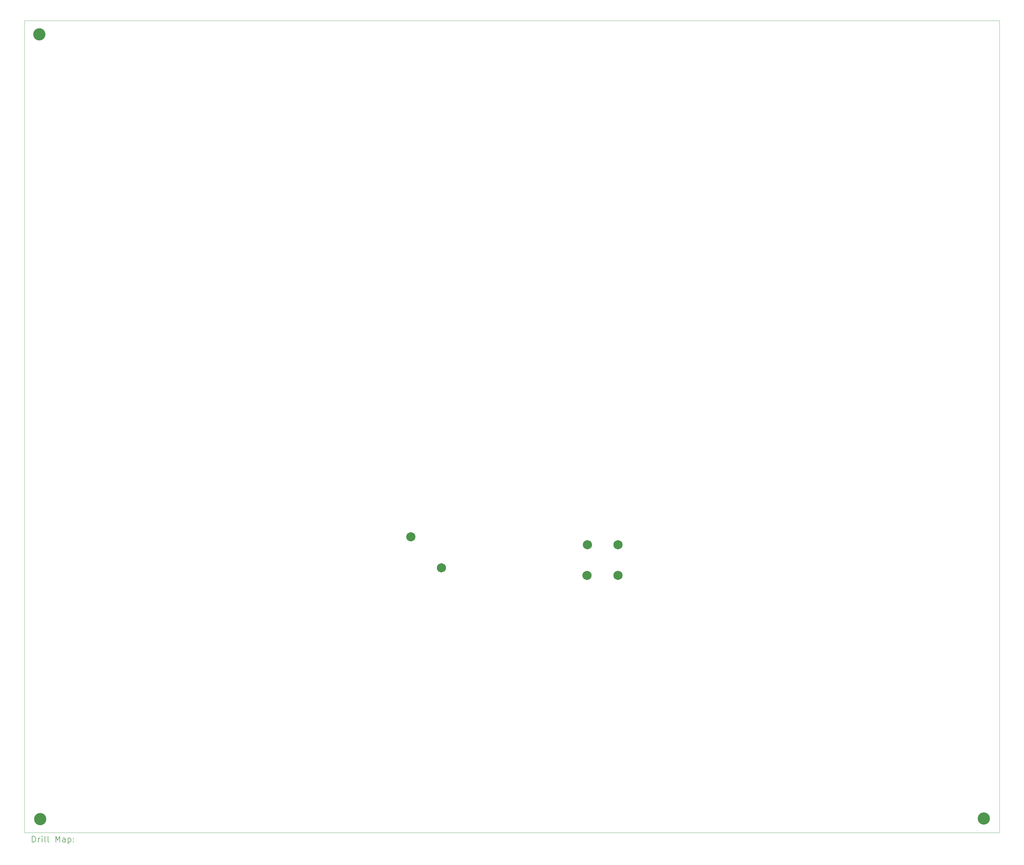
<source format=gbr>
%TF.GenerationSoftware,KiCad,Pcbnew,8.0.0*%
%TF.CreationDate,2024-03-10T15:29:59+00:00*%
%TF.ProjectId,Commodore PC10 III,436f6d6d-6f64-46f7-9265-205043313020,1.0*%
%TF.SameCoordinates,Original*%
%TF.FileFunction,Drillmap*%
%TF.FilePolarity,Positive*%
%FSLAX45Y45*%
G04 Gerber Fmt 4.5, Leading zero omitted, Abs format (unit mm)*
G04 Created by KiCad (PCBNEW 8.0.0) date 2024-03-10 15:29:59*
%MOMM*%
%LPD*%
G01*
G04 APERTURE LIST*
%ADD10C,1.560000*%
%ADD11C,2.040000*%
%ADD12C,0.100000*%
%ADD13C,0.200000*%
G04 APERTURE END LIST*
D10*
X32496000Y-24003000D02*
G75*
G02*
X32340000Y-24003000I-78000J0D01*
G01*
X32340000Y-24003000D02*
G75*
G02*
X32496000Y-24003000I78000J0D01*
G01*
D11*
X44658000Y-33090000D02*
G75*
G02*
X44454000Y-33090000I-102000J0D01*
G01*
X44454000Y-33090000D02*
G75*
G02*
X44658000Y-33090000I102000J0D01*
G01*
D10*
X31468000Y-25021000D02*
G75*
G02*
X31312000Y-25021000I-78000J0D01*
G01*
X31312000Y-25021000D02*
G75*
G02*
X31468000Y-25021000I78000J0D01*
G01*
D11*
X13320000Y-7062000D02*
G75*
G02*
X13116000Y-7062000I-102000J0D01*
G01*
X13116000Y-7062000D02*
G75*
G02*
X13320000Y-7062000I102000J0D01*
G01*
X13349000Y-33110000D02*
G75*
G02*
X13145000Y-33110000I-102000J0D01*
G01*
X13145000Y-33110000D02*
G75*
G02*
X13349000Y-33110000I102000J0D01*
G01*
D10*
X32496000Y-25019000D02*
G75*
G02*
X32340000Y-25019000I-78000J0D01*
G01*
X32340000Y-25019000D02*
G75*
G02*
X32496000Y-25019000I78000J0D01*
G01*
X25623000Y-23740000D02*
G75*
G02*
X25467000Y-23740000I-78000J0D01*
G01*
X25467000Y-23740000D02*
G75*
G02*
X25623000Y-23740000I78000J0D01*
G01*
X26637000Y-24769000D02*
G75*
G02*
X26481000Y-24769000I-78000J0D01*
G01*
X26481000Y-24769000D02*
G75*
G02*
X26637000Y-24769000I78000J0D01*
G01*
D12*
X12727000Y-6608000D02*
X45074000Y-6608000D01*
X45074000Y-33556000D01*
X12727000Y-33556000D01*
X12727000Y-6608000D01*
D10*
X31482000Y-24003000D02*
G75*
G02*
X31326000Y-24003000I-78000J0D01*
G01*
X31326000Y-24003000D02*
G75*
G02*
X31482000Y-24003000I78000J0D01*
G01*
D13*
X12982777Y-33872484D02*
X12982777Y-33672484D01*
X12982777Y-33672484D02*
X13030396Y-33672484D01*
X13030396Y-33672484D02*
X13058967Y-33682008D01*
X13058967Y-33682008D02*
X13078015Y-33701055D01*
X13078015Y-33701055D02*
X13087539Y-33720103D01*
X13087539Y-33720103D02*
X13097062Y-33758198D01*
X13097062Y-33758198D02*
X13097062Y-33786770D01*
X13097062Y-33786770D02*
X13087539Y-33824865D01*
X13087539Y-33824865D02*
X13078015Y-33843912D01*
X13078015Y-33843912D02*
X13058967Y-33862960D01*
X13058967Y-33862960D02*
X13030396Y-33872484D01*
X13030396Y-33872484D02*
X12982777Y-33872484D01*
X13182777Y-33872484D02*
X13182777Y-33739150D01*
X13182777Y-33777246D02*
X13192301Y-33758198D01*
X13192301Y-33758198D02*
X13201824Y-33748674D01*
X13201824Y-33748674D02*
X13220872Y-33739150D01*
X13220872Y-33739150D02*
X13239920Y-33739150D01*
X13306586Y-33872484D02*
X13306586Y-33739150D01*
X13306586Y-33672484D02*
X13297062Y-33682008D01*
X13297062Y-33682008D02*
X13306586Y-33691531D01*
X13306586Y-33691531D02*
X13316110Y-33682008D01*
X13316110Y-33682008D02*
X13306586Y-33672484D01*
X13306586Y-33672484D02*
X13306586Y-33691531D01*
X13430396Y-33872484D02*
X13411348Y-33862960D01*
X13411348Y-33862960D02*
X13401824Y-33843912D01*
X13401824Y-33843912D02*
X13401824Y-33672484D01*
X13535158Y-33872484D02*
X13516110Y-33862960D01*
X13516110Y-33862960D02*
X13506586Y-33843912D01*
X13506586Y-33843912D02*
X13506586Y-33672484D01*
X13763729Y-33872484D02*
X13763729Y-33672484D01*
X13763729Y-33672484D02*
X13830396Y-33815341D01*
X13830396Y-33815341D02*
X13897062Y-33672484D01*
X13897062Y-33672484D02*
X13897062Y-33872484D01*
X14078015Y-33872484D02*
X14078015Y-33767722D01*
X14078015Y-33767722D02*
X14068491Y-33748674D01*
X14068491Y-33748674D02*
X14049443Y-33739150D01*
X14049443Y-33739150D02*
X14011348Y-33739150D01*
X14011348Y-33739150D02*
X13992301Y-33748674D01*
X14078015Y-33862960D02*
X14058967Y-33872484D01*
X14058967Y-33872484D02*
X14011348Y-33872484D01*
X14011348Y-33872484D02*
X13992301Y-33862960D01*
X13992301Y-33862960D02*
X13982777Y-33843912D01*
X13982777Y-33843912D02*
X13982777Y-33824865D01*
X13982777Y-33824865D02*
X13992301Y-33805817D01*
X13992301Y-33805817D02*
X14011348Y-33796293D01*
X14011348Y-33796293D02*
X14058967Y-33796293D01*
X14058967Y-33796293D02*
X14078015Y-33786770D01*
X14173253Y-33739150D02*
X14173253Y-33939150D01*
X14173253Y-33748674D02*
X14192301Y-33739150D01*
X14192301Y-33739150D02*
X14230396Y-33739150D01*
X14230396Y-33739150D02*
X14249443Y-33748674D01*
X14249443Y-33748674D02*
X14258967Y-33758198D01*
X14258967Y-33758198D02*
X14268491Y-33777246D01*
X14268491Y-33777246D02*
X14268491Y-33834389D01*
X14268491Y-33834389D02*
X14258967Y-33853436D01*
X14258967Y-33853436D02*
X14249443Y-33862960D01*
X14249443Y-33862960D02*
X14230396Y-33872484D01*
X14230396Y-33872484D02*
X14192301Y-33872484D01*
X14192301Y-33872484D02*
X14173253Y-33862960D01*
X14354205Y-33853436D02*
X14363729Y-33862960D01*
X14363729Y-33862960D02*
X14354205Y-33872484D01*
X14354205Y-33872484D02*
X14344682Y-33862960D01*
X14344682Y-33862960D02*
X14354205Y-33853436D01*
X14354205Y-33853436D02*
X14354205Y-33872484D01*
X14354205Y-33748674D02*
X14363729Y-33758198D01*
X14363729Y-33758198D02*
X14354205Y-33767722D01*
X14354205Y-33767722D02*
X14344682Y-33758198D01*
X14344682Y-33758198D02*
X14354205Y-33748674D01*
X14354205Y-33748674D02*
X14354205Y-33767722D01*
M02*

</source>
